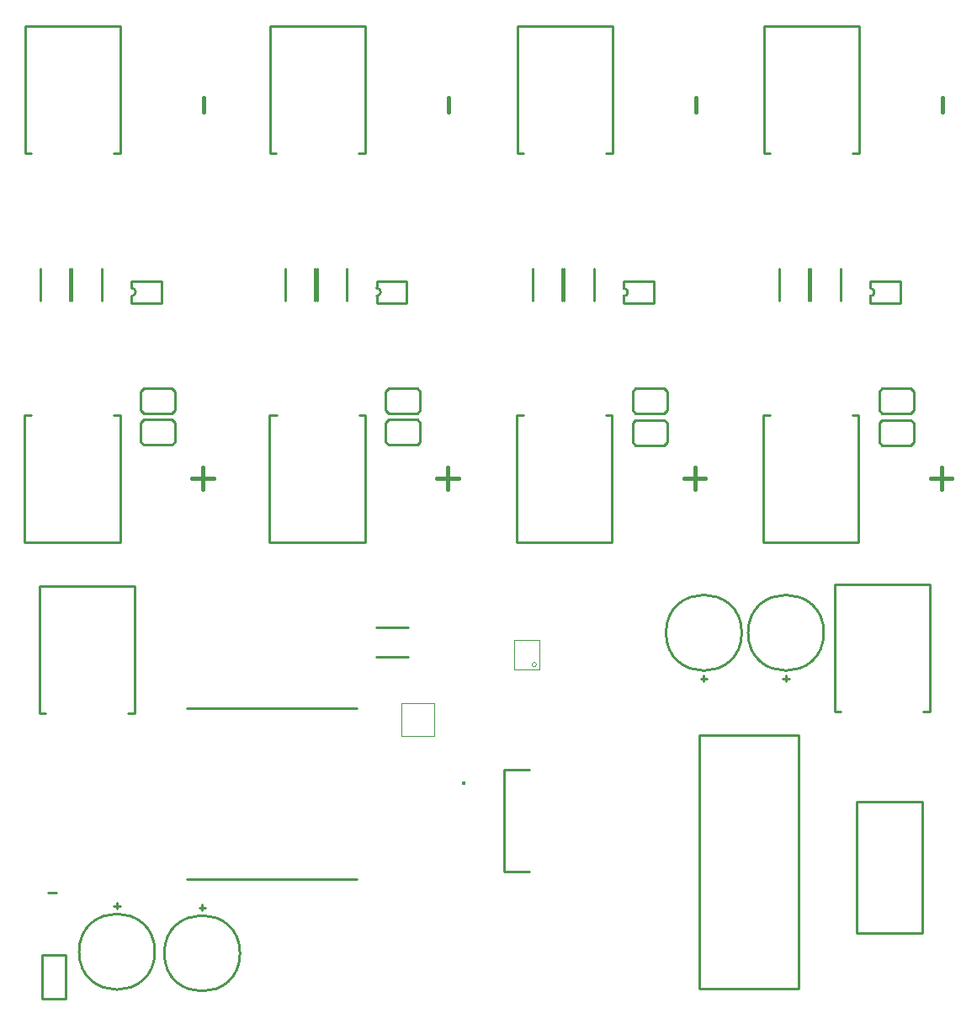
<source format=gto>
G04 DipTrace 2.4.0.2*
%INMRR_Power_V2.GTO*%
%MOIN*%
%ADD10C,0.0098*%
%ADD34C,0.0154*%
%ADD39C,0.0039*%
%FSLAX44Y44*%
G04*
G70*
G90*
G75*
G01*
%LNTopSilk*%
%LPD*%
X20846Y27660D2*
D10*
X20721Y27535D1*
X19596D1*
X19471Y27660D1*
Y28410D1*
X19596Y28535D1*
X20721D1*
X20846Y28410D1*
Y27660D1*
Y26410D2*
X20721Y26285D1*
X19596D1*
X19471Y26410D1*
Y27160D1*
X19596Y27285D1*
X20721D1*
X20846Y27160D1*
Y26410D1*
X18659Y27476D2*
X18422D1*
X14879D2*
X15155D1*
X18659D2*
Y22437D1*
X14879Y27476D2*
Y22437D1*
X18659D2*
X14879D1*
X14908Y37843D2*
X15144D1*
X18687D2*
X18412D1*
X14908D2*
Y42882D1*
X18687Y37843D2*
Y42882D1*
X14908D2*
X18687D1*
X16755Y32008D2*
Y33266D1*
X17937Y32008D2*
Y33266D1*
X15505Y32008D2*
Y33266D1*
X16687Y32008D2*
Y33266D1*
X19124Y31906D2*
X20305D1*
Y32772D2*
X19124D1*
X20305D2*
Y31906D1*
X19124D2*
Y32181D1*
Y32496D2*
Y32772D1*
Y32181D2*
G03X19124Y32496I0J158D01*
G01*
X32204Y17042D2*
X31968D1*
X32086Y16924D2*
Y17161D1*
X30586Y18853D2*
G02X30586Y18853I1500J0D01*
G01*
X35454Y17042D2*
X35218D1*
X35336Y16924D2*
Y17161D1*
X33836Y18853D2*
G02X33836Y18853I1500J0D01*
G01*
X12093Y7977D2*
X12329D1*
X12211Y8095D2*
Y7859D1*
X10711Y6166D2*
G02X10711Y6166I1500J0D01*
G01*
X8718Y8039D2*
X8954D1*
X8836Y8157D2*
Y7921D1*
X7336Y6228D2*
G02X7336Y6228I1500J0D01*
G01*
X24156Y13424D2*
Y9408D1*
Y13424D2*
X25180D1*
X24156Y9408D2*
X25180D1*
D34*
X22574Y12903D3*
X6431Y8581D2*
D10*
X6116D1*
X5773Y15662D2*
X6009D1*
X9553D2*
X9277D1*
X5773D2*
Y20701D1*
X9553Y15662D2*
Y20701D1*
X5773D2*
X9553D1*
X37273Y15724D2*
X37509D1*
X41053D2*
X40777D1*
X37273D2*
Y20763D1*
X41053Y15724D2*
Y20763D1*
X37273D2*
X41053D1*
X6808Y4381D2*
X5864D1*
Y6113D1*
X6808D1*
Y4381D1*
X11595Y15854D2*
X18348D1*
X11595Y9102D2*
X18348D1*
X35830Y4771D2*
X31893D1*
Y14810D1*
X35830D1*
Y4771D1*
X20116Y14756D2*
D39*
X21415D1*
Y16056D1*
X20116D1*
Y14756D1*
X20363Y17887D2*
D10*
X19104D1*
X20363Y19069D2*
X19104D1*
X24564Y17415D2*
D39*
X25560D1*
Y18577D1*
X24564D1*
Y17415D1*
X25283Y17594D2*
G02X25283Y17594I85J0D01*
G01*
X40736Y6981D2*
D10*
X38137D1*
Y12178D1*
X40736D1*
Y6981D1*
X11142Y27659D2*
X11017Y27534D1*
X9892D1*
X9767Y27659D1*
Y28409D1*
X9892Y28534D1*
X11017D1*
X11142Y28409D1*
Y27659D1*
Y26409D2*
X11017Y26284D1*
X9892D1*
X9767Y26409D1*
Y27159D1*
X9892Y27284D1*
X11017D1*
X11142Y27159D1*
Y26409D1*
X8955Y27475D2*
X8719D1*
X5175D2*
X5451D1*
X8955D2*
Y22436D1*
X5175Y27475D2*
Y22436D1*
X8955D2*
X5175D1*
X5204Y37842D2*
X5440D1*
X8983D2*
X8708D1*
X5204D2*
Y42881D1*
X8983Y37842D2*
Y42881D1*
X5204D2*
X8983D1*
X7051Y32007D2*
Y33265D1*
X8233Y32007D2*
Y33265D1*
X5801Y32007D2*
Y33265D1*
X6983Y32007D2*
Y33265D1*
X9420Y31905D2*
X10602D1*
Y32771D2*
X9420D1*
X10602D2*
Y31905D1*
X9420D2*
Y32180D1*
Y32495D2*
Y32771D1*
Y32180D2*
G03X9420Y32495I0J158D01*
G01*
X30634Y27655D2*
X30509Y27530D1*
X29384D1*
X29259Y27655D1*
Y28405D1*
X29384Y28530D1*
X30509D1*
X30634Y28405D1*
Y27655D1*
Y26405D2*
X30509Y26280D1*
X29384D1*
X29259Y26405D1*
Y27155D1*
X29384Y27280D1*
X30509D1*
X30634Y27155D1*
Y26405D1*
X28447Y27471D2*
X28211D1*
X24668D2*
X24943D1*
X28447D2*
Y22432D1*
X24668Y27471D2*
Y22432D1*
X28447D2*
X24668D1*
X24696Y37838D2*
X24932D1*
X28476D2*
X28200D1*
X24696D2*
Y42877D1*
X28476Y37838D2*
Y42877D1*
X24696D2*
X28476D1*
X26543Y32003D2*
Y33261D1*
X27725Y32003D2*
Y33261D1*
X25293Y32003D2*
Y33261D1*
X26475Y32003D2*
Y33261D1*
X28913Y31901D2*
X30094D1*
Y32767D2*
X28913D1*
X30094D2*
Y31901D1*
X28913D2*
Y32176D1*
Y32491D2*
Y32767D1*
Y32176D2*
G03X28913Y32491I0J158D01*
G01*
X40402Y27655D2*
X40277Y27530D1*
X39152D1*
X39027Y27655D1*
Y28405D1*
X39152Y28530D1*
X40277D1*
X40402Y28405D1*
Y27655D1*
Y26405D2*
X40277Y26280D1*
X39152D1*
X39027Y26405D1*
Y27155D1*
X39152Y27280D1*
X40277D1*
X40402Y27155D1*
Y26405D1*
X38215Y27471D2*
X37979D1*
X34435D2*
X34711D1*
X38215D2*
Y22432D1*
X34435Y27471D2*
Y22432D1*
X38215D2*
X34435D1*
X34464Y37838D2*
X34700D1*
X38243D2*
X37968D1*
X34464D2*
Y42877D1*
X38243Y37838D2*
Y42877D1*
X34464D2*
X38243D1*
X36311Y32003D2*
Y33261D1*
X37493Y32003D2*
Y33261D1*
X35061Y32003D2*
Y33261D1*
X36243Y32003D2*
Y33261D1*
X38680Y31901D2*
X39861D1*
Y32767D2*
X38680D1*
X39861D2*
Y31901D1*
X38680D2*
Y32176D1*
Y32491D2*
Y32767D1*
Y32176D2*
G03X38680Y32491I0J158D01*
G01*
X21502Y24974D2*
D34*
X22363D1*
X21933Y24544D2*
Y25405D1*
X21984Y39477D2*
Y40029D1*
X11798Y24973D2*
X12659D1*
X12229Y24543D2*
Y25404D1*
X12280Y39476D2*
Y40028D1*
X31290Y24969D2*
X32151D1*
X31721Y24539D2*
Y25400D1*
X31772Y39472D2*
Y40024D1*
X41058Y24969D2*
X41919D1*
X41489Y24539D2*
Y25400D1*
X41540Y39472D2*
Y40024D1*
M02*

</source>
